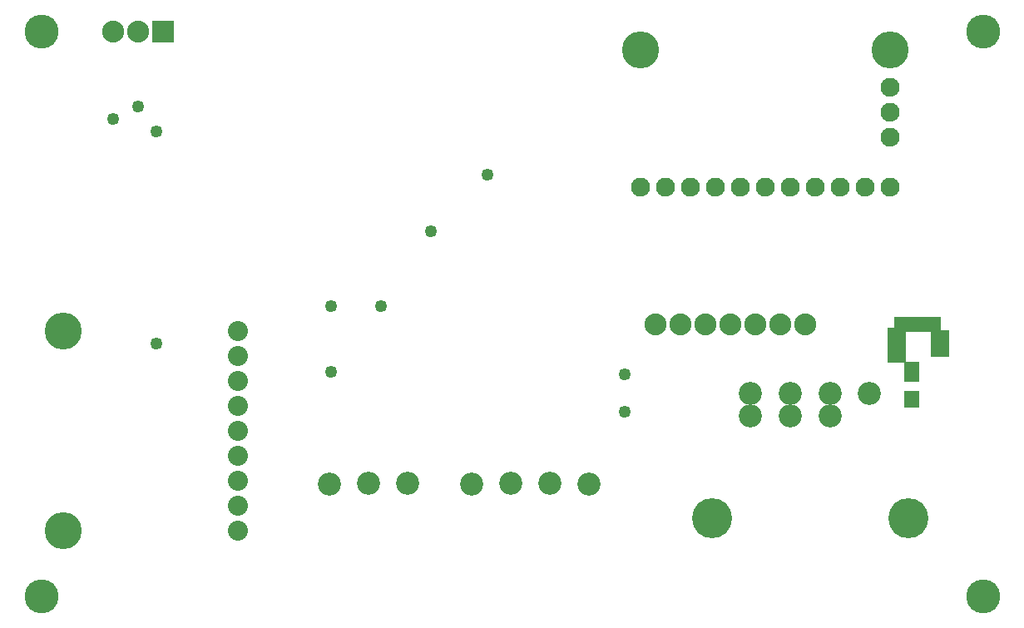
<source format=gbs>
G04 MADE WITH FRITZING*
G04 WWW.FRITZING.ORG*
G04 DOUBLE SIDED*
G04 HOLES PLATED*
G04 CONTOUR ON CENTER OF CONTOUR VECTOR*
%ASAXBY*%
%FSLAX23Y23*%
%MOIN*%
%OFA0B0*%
%SFA1.0B1.0*%
%ADD10C,0.088000*%
%ADD11C,0.049370*%
%ADD12C,0.092677*%
%ADD13C,0.160000*%
%ADD14C,0.076000*%
%ADD15C,0.148425*%
%ADD16C,0.080000*%
%ADD17C,0.135984*%
%ADD18C,0.096614*%
%ADD19R,0.088000X0.088000*%
%ADD20R,0.061517X0.065213*%
%ADD21R,0.073043X0.108756*%
%ADD22R,0.058416X0.082855*%
%ADD23R,0.076622X0.144746*%
%ADD24R,0.185184X0.063350*%
%LNMASK0*%
G90*
G70*
G54D10*
X3162Y1183D03*
X3062Y1183D03*
X2962Y1183D03*
X2862Y1183D03*
X2762Y1183D03*
X2662Y1183D03*
X2562Y1183D03*
G54D11*
X2437Y983D03*
X2437Y833D03*
G54D12*
X3262Y908D03*
X2139Y546D03*
X3102Y908D03*
X1981Y546D03*
X2942Y908D03*
X1254Y545D03*
X1824Y545D03*
X3419Y908D03*
X3262Y817D03*
X2295Y545D03*
X2942Y817D03*
X1410Y547D03*
X3102Y817D03*
X1566Y547D03*
G54D13*
X3575Y408D03*
X2788Y408D03*
G54D14*
X3500Y1933D03*
X3500Y2033D03*
X3500Y2133D03*
X3500Y1733D03*
X3400Y1733D03*
X3300Y1733D03*
X3200Y1733D03*
G54D15*
X3500Y2283D03*
G54D14*
X3100Y1733D03*
X3000Y1733D03*
X2900Y1733D03*
X2800Y1733D03*
X2700Y1733D03*
X2600Y1733D03*
X2500Y1733D03*
G54D15*
X2500Y2283D03*
G54D16*
X887Y358D03*
X887Y458D03*
G54D15*
X187Y358D03*
G54D16*
X887Y558D03*
X887Y658D03*
X887Y758D03*
X887Y858D03*
X887Y958D03*
X887Y1058D03*
X887Y1158D03*
G54D15*
X187Y1158D03*
G54D17*
X100Y2358D03*
X100Y95D03*
X3874Y95D03*
X3874Y2358D03*
G54D10*
X587Y2358D03*
X487Y2358D03*
X387Y2358D03*
G54D18*
X3500Y2283D03*
X2500Y2283D03*
X187Y1158D03*
X187Y358D03*
G54D11*
X1887Y1783D03*
X562Y1958D03*
X562Y1108D03*
X487Y2058D03*
X387Y2008D03*
X1662Y1558D03*
X1462Y1258D03*
X1262Y995D03*
X1262Y1258D03*
G54D19*
X587Y2358D03*
G54D20*
X3587Y883D03*
G54D21*
X3700Y1108D03*
G54D22*
X3587Y995D03*
G54D23*
X3526Y1102D03*
G54D24*
X3612Y1183D03*
G04 End of Mask0*
M02*

</source>
